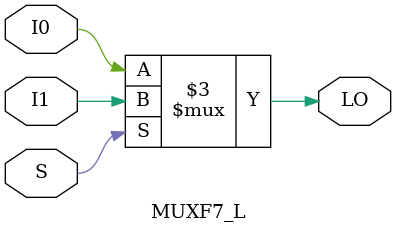
<source format=v>


`timescale  1 ps / 1 ps

module MUXF7_L (LO, I0, I1, S);

    output LO;
    reg    LO;

    input  I0, I1, S;

	always @(I0 or I1 or S)
            if (S)
		LO = I1;
	    else
		LO = I0;
endmodule


</source>
